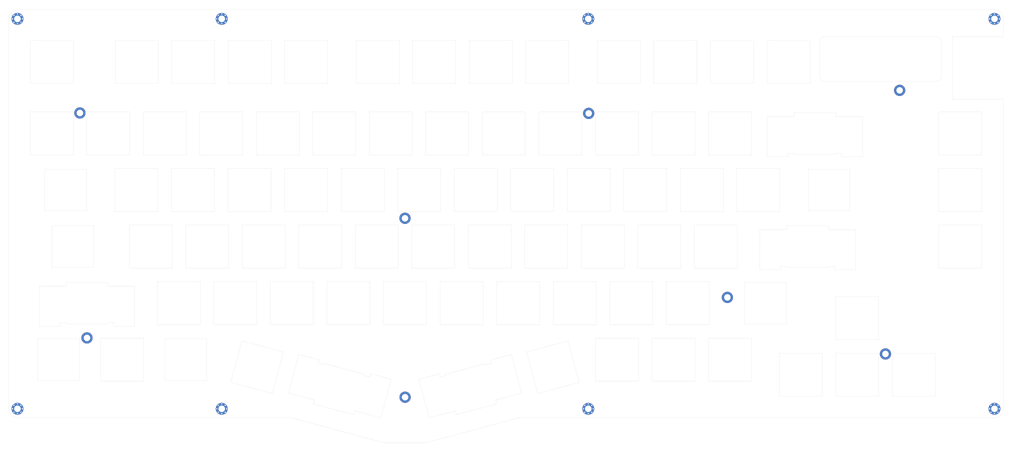
<source format=kicad_pcb>
(kicad_pcb (version 20211014) (generator pcbnew)
  (layers (0 "F.Cu" signal) (31 "B.Cu" signal) (34 "B.Paste" user) (35 "F.Paste" user) (36 "B.SilkS" user "B.Silkscreen") (37 "F.SilkS" user "F.Silkscreen") (38 "B.Mask" user) (39 "F.Mask" user) (44 "Edge.Cuts" user))
  (net 0 "")
  (net 1 "GND")
  (footprint "keyboard:MountingHole_2.2mm_M2_Pad_Via" (layer "F.Cu") (at 239.343984 57.57)
    (fp_text reference "MountBaseTop6" hide)
    (fp_text value "MountingHoleBaseTop1" hide)
    (pad "1" thru_hole circle (at 1.166726 1.166726) (size 0.7 0.7) (drill 0.4) (layers *.Cu *.Mask))
    (pad "1" thru_hole circle (at 1.65 0) (size 0.7 0.7) (drill 0.4) (layers *.Cu *.Mask))
    (pad "1" thru_hole circle (at -1.65 0) (size 0.7 0.7) (drill 0.4) (layers *.Cu *.Mask))
    (pad "1" thru_hole circle (at 1.166726 -1.166726) (size 0.7 0.7) (drill 0.4) (layers *.Cu *.Mask))
    (pad "1" thru_hole circle (at -1.166726 1.166726) (size 0.7 0.7) (drill 0.4) (layers *.Cu *.Mask))
    (pad "1" thru_hole circle (at -1.166726 -1.166726) (size 0.7 0.7) (drill 0.4) (layers *.Cu *.Mask))
    (pad "1" thru_hole circle (at 0 1.65) (size 0.7 0.7) (drill 0.4) (layers *.Cu *.Mask))
    (pad "1" thru_hole circle (at 0 0) (size 4 4) (drill 2.2) (layers *.Cu *.Mask))
    (pad "1" thru_hole circle (at 0 -1.65) (size 0.7 0.7) (drill 0.4) (layers *.Cu *.Mask))
  )
  (footprint "keyboard:MountingHole_2.2mm_M2_Pad_Via" (layer "F.Cu") (at 115.831016 57.57)
    (fp_text reference "MountBaseTop4" hide)
    (fp_text value "MountingHoleBaseTop1" hide)
    (pad "1" thru_hole circle (at -1.65 0) (size 0.7 0.7) (drill 0.4) (layers *.Cu *.Mask))
    (pad "1" thru_hole circle (at 1.166726 1.166726) (size 0.7 0.7) (drill 0.4) (layers *.Cu *.Mask))
    (pad "1" thru_hole circle (at 0 1.65) (size 0.7 0.7) (drill 0.4) (layers *.Cu *.Mask))
    (pad "1" thru_hole circle (at 1.166726 -1.166726) (size 0.7 0.7) (drill 0.4) (layers *.Cu *.Mask))
    (pad "1" thru_hole circle (at -1.166726 1.166726) (size 0.7 0.7) (drill 0.4) (layers *.Cu *.Mask))
    (pad "1" thru_hole circle (at 1.65 0) (size 0.7 0.7) (drill 0.4) (layers *.Cu *.Mask))
    (pad "1" thru_hole circle (at 0 -1.65) (size 0.7 0.7) (drill 0.4) (layers *.Cu *.Mask))
    (pad "1" thru_hole circle (at -1.166726 -1.166726) (size 0.7 0.7) (drill 0.4) (layers *.Cu *.Mask))
    (pad "1" thru_hole circle (at 0 0) (size 4 4) (drill 2.2) (layers *.Cu *.Mask))
  )
  (footprint "keyboard:MountingHole_2.2mm_M2_Pad" (layer "F.Cu") (at 177.59 124.78)
    (fp_text reference "MountTopMiddle4")
    (fp_text value "MountTopMiddle")
    (pad "1" thru_hole circle (at 0 0) (size 3.8 3.8) (drill 2.2) (layers *.Cu *.Mask))
  )
  (footprint "keyboard:MountingHole_2.2mm_M2_Pad" (layer "F.Cu") (at 68.04 89.29)
    (fp_text reference "MountTopMiddle2")
    (fp_text value "MountTopMiddle")
    (pad "1" thru_hole circle (at 0 0) (size 3.8 3.8) (drill 2.2) (layers *.Cu *.Mask))
  )
  (footprint "keyboard:MountingHole_2.2mm_M2_Pad_Via" (layer "F.Cu") (at 376.225 188.97)
    (fp_text reference "MountBaseTop7" hide)
    (fp_text value "MountingHoleBaseTop1" hide)
    (pad "1" thru_hole circle (at 1.166726 1.166726) (size 0.7 0.7) (drill 0.4) (layers *.Cu *.Mask))
    (pad "1" thru_hole circle (at 0 1.65) (size 0.7 0.7) (drill 0.4) (layers *.Cu *.Mask))
    (pad "1" thru_hole circle (at -1.65 0) (size 0.7 0.7) (drill 0.4) (layers *.Cu *.Mask))
    (pad "1" thru_hole circle (at 1.65 0) (size 0.7 0.7) (drill 0.4) (layers *.Cu *.Mask))
    (pad "1" thru_hole circle (at 0 -1.65) (size 0.7 0.7) (drill 0.4) (layers *.Cu *.Mask))
    (pad "1" thru_hole circle (at -1.166726 1.166726) (size 0.7 0.7) (drill 0.4) (layers *.Cu *.Mask))
    (pad "1" thru_hole circle (at 1.166726 -1.166726) (size 0.7 0.7) (drill 0.4) (layers *.Cu *.Mask))
    (pad "1" thru_hole circle (at 0 0) (size 4 4) (drill 2.2) (layers *.Cu *.Mask))
    (pad "1" thru_hole circle (at -1.166726 -1.166726) (size 0.7 0.7) (drill 0.4) (layers *.Cu *.Mask))
  )
  (footprint "keyboard:MountingHole_2.2mm_M2_Pad" (layer "F.Cu") (at 286.22 151.44)
    (fp_text reference "MountTopMiddle5")
    (fp_text value "MountTopMiddle")
    (pad "1" thru_hole circle (at 0 0) (size 3.8 3.8) (drill 2.2) (layers *.Cu *.Mask))
  )
  (footprint "keyboard:MountingHole_2.2mm_M2_Pad" (layer "F.Cu") (at 70.42 165.09)
    (fp_text reference "MountTopMiddle1")
    (fp_text value "MountTopMiddle")
    (pad "1" thru_hole circle (at 0 0) (size 3.8 3.8) (drill 2.2) (layers *.Cu *.Mask))
  )
  (footprint "keyboard:MountingHole_2.2mm_M2_Pad" (layer "F.Cu") (at 177.62 185.07)
    (fp_text reference "MountTopMiddle3")
    (fp_text value "MountTopMiddle")
    (pad "1" thru_hole circle (at 0 0) (size 3.8 3.8) (drill 2.2) (layers *.Cu *.Mask))
  )
  (footprint "keyboard:MountingHole_2.2mm_M2_Pad_Via" (layer "F.Cu") (at 115.831016 188.97)
    (fp_text reference "MountBaseTop3" hide)
    (fp_text value "MountingHoleBaseTop1" hide)
    (pad "1" thru_hole circle (at -1.65 0) (size 0.7 0.7) (drill 0.4) (layers *.Cu *.Mask))
    (pad "1" thru_hole circle (at 1.65 0) (size 0.7 0.7) (drill 0.4) (layers *.Cu *.Mask))
    (pad "1" thru_hole circle (at 0 -1.65) (size 0.7 0.7) (drill 0.4) (layers *.Cu *.Mask))
    (pad "1" thru_hole circle (at 0 0) (size 4 4) (drill 2.2) (layers *.Cu *.Mask))
    (pad "1" thru_hole circle (at -1.166726 -1.166726) (size 0.7 0.7) (drill 0.4) (layers *.Cu *.Mask))
    (pad "1" thru_hole circle (at 0 1.65) (size 0.7 0.7) (drill 0.4) (layers *.Cu *.Mask))
    (pad "1" thru_hole circle (at 1.166726 -1.166726) (size 0.7 0.7) (drill 0.4) (layers *.Cu *.Mask))
    (pad "1" thru_hole circle (at -1.166726 1.166726) (size 0.7 0.7) (drill 0.4) (layers *.Cu *.Mask))
    (pad "1" thru_hole circle (at 1.166726 1.166726) (size 0.7 0.7) (drill 0.4) (layers *.Cu *.Mask))
  )
  (footprint "keyboard:MountingHole_2.2mm_M2_Pad_Via" (layer "F.Cu") (at 47 57.57)
    (fp_text reference "MountBaseTop2" hide)
    (fp_text value "MountingHoleBaseTop1" hide)
    (pad "1" thru_hole circle (at 1.65 0) (size 0.7 0.7) (drill 0.4) (layers *.Cu *.Mask))
    (pad "1" thru_hole circle (at -1.65 0) (size 0.7 0.7) (drill 0.4) (layers *.Cu *.Mask))
    (pad "1" thru_hole circle (at 0 1.65) (size 0.7 0.7) (drill 0.4) (layers *.Cu *.Mask))
    (pad "1" thru_hole circle (at 1.166726 1.166726) (size 0.7 0.7) (drill 0.4) (layers *.Cu *.Mask))
    (pad "1" thru_hole circle (at 1.166726 -1.166726) (size 0.7 0.7) (drill 0.4) (layers *.Cu *.Mask))
    (pad "1" thru_hole circle (at -1.166726 -1.166726) (size 0.7 0.7) (drill 0.4) (layers *.Cu *.Mask))
    (pad "1" thru_hole circle (at 0 -1.65) (size 0.7 0.7) (drill 0.4) (layers *.Cu *.Mask))
    (pad "1" thru_hole circle (at -1.166726 1.166726) (size 0.7 0.7) (drill 0.4) (layers *.Cu *.Mask))
    (pad "1" thru_hole circle (at 0 0) (size 4 4) (drill 2.2) (layers *.Cu *.Mask))
  )
  (footprint "keyboard:MountingHole_2.2mm_M2_Pad_Via" (layer "F.Cu") (at 376.225 57.57)
    (fp_text reference "MountBaseTop8" hide)
    (fp_text value "MountingHoleBaseTop1" hide)
    (pad "1" thru_hole circle (at 1.166726 1.166726) (size 0.7 0.7) (drill 0.4) (layers *.Cu *.Mask))
    (pad "1" thru_hole circle (at -1.166726 1.166726) (size 0.7 0.7) (drill 0.4) (layers *.Cu *.Mask))
    (pad "1" thru_hole circle (at 0 1.65) (size 0.7 0.7) (drill 0.4) (layers *.Cu *.Mask))
    (pad "1" thru_hole circle (at 0 0) (size 4 4) (drill 2.2) (layers *.Cu *.Mask))
    (pad "1" thru_hole circle (at 1.166726 -1.166726) (size 0.7 0.7) (drill 0.4) (layers *.Cu *.Mask))
    (pad "1" thru_hole circle (at -1.65 0) (size 0.7 0.7) (drill 0.4) (layers *.Cu *.Mask))
    (pad "1" thru_hole circle (at 1.65 0) (size 0.7 0.7) (drill 0.4) (layers *.Cu *.Mask))
    (pad "1" thru_hole circle (at -1.166726 -1.166726) (size 0.7 0.7) (drill 0.4) (layers *.Cu *.Mask))
    (pad "1" thru_hole circle (at 0 -1.65) (size 0.7 0.7) (drill 0.4) (layers *.Cu *.Mask))
  )
  (footprint "keyboard:MountingHole_2.2mm_M2_Pad_Via" (layer "F.Cu") (at 47 188.97)
    (fp_text reference "MountBaseTop1" hide)
    (fp_text value "MountingHoleBaseTop1" hide)
    (pad "1" thru_hole circle (at -1.65 0) (size 0.7 0.7) (drill 0.4) (layers *.Cu *.Mask))
    (pad "1" thru_hole circle (at 1.65 0) (size 0.7 0.7) (drill 0.4) (layers *.Cu *.Mask))
    (pad "1" thru_hole circle (at 0 0) (size 4 4) (drill 2.2) (layers *.Cu *.Mask))
    (pad "1" thru_hole circle (at 0 -1.65) (size 0.7 0.7) (drill 0.4) (layers *.Cu *.Mask))
    (pad "1" thru_hole circle (at 0 1.65) (size 0.7 0.7) (drill 0.4) (layers *.Cu *.Mask))
    (pad "1" thru_hole circle (at 1.166726 1.166726) (size 0.7 0.7) (drill 0.4) (layers *.Cu *.Mask))
    (pad "1" thru_hole circle (at -1.166726 -1.166726) (size 0.7 0.7) (drill 0.4) (layers *.Cu *.Mask))
    (pad "1" thru_hole circle (at 1.166726 -1.166726) (size 0.7 0.7) (drill 0.4) (layers *.Cu *.Mask))
    (pad "1" thru_hole circle (at -1.166726 1.166726) (size 0.7 0.7) (drill 0.4) (layers *.Cu *.Mask))
  )
  (footprint "keyboard:MountingHole_2.2mm_M2_Pad" (layer "F.Cu") (at 344.27 81.67)
    (fp_text reference "MountTopMiddle8")
    (fp_text value "MountTopMiddle")
    (pad "1" thru_hole circle (at 0 0) (size 3.8 3.8) (drill 2.2) (layers *.Cu *.Mask))
  )
  (footprint "keyboard:MountingHole_2.2mm_M2_Pad" (layer "F.Cu") (at 239.48 89.43)
    (fp_text reference "MountTopMiddle6")
    (fp_text value "MountTopMiddle")
    (pad "1" thru_hole circle (at 0 0) (size 3.8 3.8) (drill 2.2) (layers *.Cu *.Mask))
  )
  (footprint "keyboard:MountingHole_2.2mm_M2_Pad_Via" (layer "F.Cu") (at 239.343984 188.97)
    (fp_text reference "MountBaseTop5" hide)
    (fp_text value "MountingHoleBaseTop1" hide)
    (pad "1" thru_hole circle (at 1.166726 -1.166726) (size 0.7 0.7) (drill 0.4) (layers *.Cu *.Mask))
    (pad "1" thru_hole circle (at 0 0) (size 4 4) (drill 2.2) (layers *.Cu *.Mask))
    (pad "1" thru_hole circle (at 0 1.65) (size 0.7 0.7) (drill 0.4) (layers *.Cu *.Mask))
    (pad "1" thru_hole circle (at 1.65 0) (size 0.7 0.7) (drill 0.4) (layers *.Cu *.Mask))
    (pad "1" thru_hole circle (at -1.166726 -1.166726) (size 0.7 0.7) (drill 0.4) (layers *.Cu *.Mask))
    (pad "1" thru_hole circle (at 0 -1.65) (size 0.7 0.7) (drill 0.4) (layers *.Cu *.Mask))
    (pad "1" thru_hole circle (at -1.166726 1.166726) (size 0.7 0.7) (drill 0.4) (layers *.Cu *.Mask))
    (pad "1" thru_hole circle (at 1.166726 1.166726) (size 0.7 0.7) (drill 0.4) (layers *.Cu *.Mask))
    (pad "1" thru_hole circle (at -1.65 0) (size 0.7 0.7) (drill 0.4) (layers *.Cu *.Mask))
  )
  (footprint "keyboard:MountingHole_2.2mm_M2_Pad" (layer "F.Cu") (at 339.49 170.5)
    (fp_text reference "MountTopMiddle7")
    (fp_text value "MountTopMiddle")
    (pad "1" thru_hole circle (at 0 0) (size 3.8 3.8) (drill 2.2) (layers *.Cu *.Mask))
  )
  (gr_line (start 280.0875 146.095) (end 280.0875 160.595) (layer "Edge.Cuts") (width 0.05))
  (gr_line (start 156.05 107.995) (end 170.55 107.995) (layer "Edge.Cuts") (width 0.05))
  (gr_line (start 98.975 79.345) (end 98.975 64.845) (layer "Edge.Cuts") (width 0.05))
  (gr_line (start 79.85 122.495) (end 79.85 107.995) (layer "Edge.Cuts") (width 0.05))
  (gr_line (start 275.325 88.945) (end 275.325 103.445) (layer "Edge.Cuts") (width 0.05))
  (gr_line (start 141.7625 141.545) (end 141.7625 127.045) (layer "Edge.Cuts") (width 0.05))
  (gr_line (start 89.375 88.945) (end 103.875 88.945) (layer "Edge.Cuts") (width 0.05))
  (gr_line (start 103.875 103.445) (end 89.375 103.445) (layer "Edge.Cuts") (width 0.05))
  (gr_line (start 189.073346 177.178066) (end 189.37575 178.306654) (layer "Edge.Cuts") (width 0.05))
  (gr_line (start 132.2375 160.595) (end 132.2375 146.095) (layer "Edge.Cuts") (width 0.05))
  (gr_line (start 289.6125 127.045) (end 289.6125 141.545) (layer "Edge.Cuts") (width 0.05))
  (gr_line (start 361.95 63.57) (end 379.225 63.57) (layer "Edge.Cuts") (width 0.05))
  (gr_line (start 161.175 79.345) (end 161.175 64.845) (layer "Edge.Cuts") (width 0.05))
  (gr_line (start 236.306186 180.069738) (end 222.300262 183.822614) (layer "Edge.Cuts") (width 0.05))
  (gr_line (start 208.459777 187.323589) (end 194.840223 190.972937) (layer "Edge.Cuts") (width 0.05))
  (gr_line (start 213.2 122.495) (end 213.2 107.995) (layer "Edge.Cuts") (width 0.05))
  (gr_line (start 175.1 122.495) (end 175.1 107.995) (layer "Edge.Cuts") (width 0.05))
  (gr_line (start 56.24 108.2) (end 70.34 108.2) (layer "Edge.Cuts") (width 0.05))
  (gr_arc (start 358.35 77.095) (mid 357.91066 78.15566) (end 356.85 78.595) (layer "Edge.Cuts") (width 0.05))
  (gr_line (start 275.1125 141.545) (end 275.1125 127.045) (layer "Edge.Cuts") (width 0.05))
  (gr_line (start 294.375 179.645) (end 279.875 179.645) (layer "Edge.Cuts") (width 0.05))
  (gr_line (start 151.5 107.995) (end 151.5 122.495) (layer "Edge.Cuts") (width 0.05))
  (gr_line (start 291.9825 146.3) (end 306.0825 146.3) (layer "Edge.Cuts") (width 0.05))
  (gr_line (start 306.2675 127.25) (end 320.3675 127.25) (layer "Edge.Cuts") (width 0.05))
  (gr_line (start 232.25 107.995) (end 246.75 107.995) (layer "Edge.Cuts") (width 0.05))
  (gr_line (start 194.840223 190.972937) (end 194.48942 189.663721) (layer "Edge.Cuts") (width 0.05))
  (gr_line (start 279.875 179.645) (end 279.875 165.145) (layer "Edge.Cuts") (width 0.05))
  (gr_line (start 117.95 107.995) (end 132.45 107.995) (layer "Edge.Cuts") (width 0.05))
  (gr_line (start 327.515 122.3) (end 313.415 122.3) (layer "Edge.Cuts") (width 0.05))
  (gr_line (start 306.2675 140.899) (end 306.2675 141.35) (layer "Edge.Cuts") (width 0.05))
  (gr_line (start 160.334777 190.972937) (end 146.715223 187.323588) (layer "Edge.Cuts") (width 0.05))
  (gr_line (start 54.30125 161.1174) (end 54.30225 147.6554) (layer "Edge.Cuts") (width 0.05))
  (gr_line (start 356.2875 170.195) (end 356.2875 184.695) (layer "Edge.Cuts") (width 0.05))
  (gr_line (start 150.247844 174.139667) (end 148.315992 173.622028) (layer "Edge.Cuts") (width 0.05))
  (gr_line (start 194.15 122.495) (end 194.15 107.995) (layer "Edge.Cuts") (width 0.05))
  (gr_line (start 89.5875 165.145) (end 89.5875 179.645) (layer "Edge.Cuts") (width 0.05))
  (gr_line (start 137 122.495) (end 137 107.995) (layer "Edge.Cuts") (width 0.05))
  (gr_line (start 294.375 88.945) (end 294.375 103.445) (layer "Edge.Cuts") (width 0.05))
  (gr_line (start 306.2675 127.25) (end 306.2675 128.6054) (layer "Edge.Cuts") (width 0.05))
  (gr_line (start 137 107.995) (end 151.5 107.995) (layer "Edge.Cuts") (width 0.05))
  (gr_line (start 265.8 122.495) (end 251.3 122.495) (layer "Edge.Cuts") (width 0.05))
  (gr_line (start 189.073346 177.178066) (end 182.234591 179.010505) (layer "Edge.Cuts") (width 0.05))
  (gr_line (start 165.575 88.945) (end 180.075 88.945) (layer "Edge.Cuts") (width 0.05))
  (gr_line (start 166.101654 177.178065) (end 172.940409 179.010504) (layer "Edge.Cuts") (width 0.05))
  (gr_line (start 237.225 103.445) (end 222.725 103.445) (layer "Edge.Cuts") (width 0.05))
  (gr_line (start 146.715223 187.323588) (end 147.066026 186.014372) (layer "Edge.Cuts") (width 0.05))
  (gr_line (start 218.175 88.945) (end 218.175 103.445) (layer "Edge.Cuts") (width 0.05))
  (gr_line (start 320.3675 127.25) (end 320.3675 128.6054) (layer "Edge.Cuts") (width 0.05))
  (gr_line (start 227.7 107.995) (end 227.7 122.495) (layer "Edge.Cuts") (width 0.05))
  (gr_line (start 118.868814 180.069738) (end 122.62169 166.063814) (layer "Edge.Cuts") (width 0.05))
  (gr_line (start 203.8875 146.095) (end 203.8875 160.595) (layer "Edge.Cuts") (width 0.05))
  (gr_line (start 175.3125 141.545) (end 160.8125 141.545) (layer "Edge.Cuts") (width 0.05))
  (gr_line (start 322.7375 170.195) (end 337.2375 170.195) (layer "Edge.Cuts") (width 0.05))
  (gr_line (start 357.45 107.995) (end 371.95 107.995) (layer "Edge.Cuts") (width 0.05))
  (gr_line (start 63.38 159.949) (end 63.38 160.4) (layer "Edge.Cuts") (width 0.05))
  (gr_line (start 251.3 122.495) (end 251.3 107.995) (layer "Edge.Cuts") (width 0.05))
  (gr_line (start 371.95 141.545) (end 357.45 141.545) (layer "Edge.Cuts") (width 0.05))
  (gr_line (start 180.075 103.445) (end 165.575 103.445) (layer "Edge.Cuts") (width 0.05))
  (gr_line (start 132.45 107.995) (end 132.45 122.495) (layer "Edge.Cuts") (width 0.05))
  (gr_line (start 175.3125 127.045) (end 175.3125 141.545) (layer "Edge.Cuts") (width 0.05))
  (gr_line (start 299.571 90.5054) (end 308.65 90.5054) (layer "Edge.Cuts") (width 0.05))
  (gr_line (start 241.775 165.145) (end 256.275 165.145) (layer "Edge.Cuts") (width 0.05))
  (gr_line (start 122.7125 127.045) (end 137.2125 127.045) (layer "Edge.Cuts") (width 0.05))
  (gr_line (start 141.7625 127.045) (end 156.2625 127.045) (layer "Edge.Cuts") (width 0.05))
  (gr_line (start 170.75857 200.469915) (end 184.41643 200.469915) (layer "Edge.Cuts") (width 0.05))
  (gr_line (start 358.35 65.095) (end 358.35 77.095) (layer "Edge.Cuts") (width 0.05))
  (gr_line (start 303.9 122.495) (end 289.4 122.495) (layer "Edge.Cuts") (width 0.05))
  (gr_line (start 163.867398 177.789015) (end 163.984125 177.353383) (layer "Edge.Cuts") (width 0.05))
  (gr_line (start 275.975 64.845) (end 275.975 79.345) (layer "Edge.Cuts") (width 0.05))
  (gr_line (start 294.375 103.445) (end 279.875 103.445) (layer "Edge.Cuts") (width 0.05))
  (gr_line (start 161.175 64.845) (end 175.675 64.845) (layer "Edge.Cuts") (width 0.05))
  (gr_line (start 132.525 64.845) (end 132.525 79.345) (layer "Edge.Cuts") (width 0.05))
  (gr_line (start 357.45 103.445) (end 357.45 88.945) (layer "Edge.Cuts") (width 0.05))
  (gr_line (start 191.307602 177.789015) (end 191.190875 177.353383) (layer "Edge.Cuts") (width 0.05))
  (gr_line (start 279.875 88.945) (end 294.375 88.945) (layer "Edge.Cuts") (width 0.05))
  (gr_line (start 251.5125 141.545) (end 237.0125 141.545) (layer "Edge.Cuts") (width 0.05))
  (gr_line (start 110.8225 165.35) (end 110.8225 179.45) (layer "Edge.Cuts") (width 0.05))
  (gr_line (start 79.85 107.995) (end 94.35 107.995) (layer "Edge.Cuts") (width 0.05))
  (gr_line (start 241.775 88.945) (end 256.275 88.945) (layer "Edge.Cuts") (width 0.05))
  (gr_line (start 217.9625 127.045) (end 232.4625 127.045) (layer "Edge.Cuts") (width 0.05))
  (gr_line (start 67.96 179.45) (end 53.86 179.45) (layer "Edge.Cuts") (width 0.05))
  (gr_arc (start 318.85 78.595) (mid 317.78934 78.15566) (end 317.35 77.095) (layer "Edge.Cuts") (width 0.05))
  (gr_line (start 337.2375 165.645) (end 322.7375 165.645) (layer "Edge.Cuts") (width 0.05))
  (gr_line (start 139.036457 191.97) (end 170.75857 200.469915) (layer "Edge.Cuts") (width 0.05))
  (gr_line (start 180.225 64.845) (end 194.725 64.845) (layer "Edge.Cuts") (width 0.05))
  (gr_line (start 294.375 165.145) (end 294.375 179.645) (layer "Edge.Cuts") (width 0.05))
  (gr_line (start 318.1875 170.195) (end 318.1875 184.695) (layer "Edge.Cuts") (width 0.05))
  (gr_line (start 222.9375 146.095) (end 222.9375 160.595) (layer "Edge.Cuts") (width 0.05))
  (gr_line (start 275.325 103.445) (end 260.825 103.445) (layer "Edge.Cuts") (width 0.05))
  (gr_line (start 61.38125 161.1174) (end 54.30125 161.1174) (layer "Edge.Cuts") (width 0.05))
  (gr_line (start 237.0125 127.045) (end 251.5125 127.045) (layer "Edge.Cuts") (width 0.05))
  (gr_line (start 132.2375 146.095) (end 146.7375 146.095) (layer "Edge.Cuts") (width 0.05))
  (gr_line (start 320.3675 140.899) (end 320.3675 141.35) (layer "Edge.Cuts") (width 0.05))
  (gr_line (start 308.65 89.15) (end 322.75 89.15) (layer "Edge.Cuts") (width 0.05))
  (gr_line (start 53.86 179.45) (end 53.86 165.35) (layer "Edge.Cuts") (width 0.05))
  (gr_line (start 156.05 122.495) (end 156.05 107.995) (layer "Edge.Cuts") (width 0.05))
  (gr_line (start 118.025 79.345) (end 118.025 64.845) (layer "Edge.Cuts") (width 0.05))
  (gr_line (start 213.4125 141.545) (end 198.9125 141.545) (layer "Edge.Cuts") (width 0.05))
  (gr_line (start 227.7 122.495) (end 213.2 122.495) (layer "Edge.Cuts") (width 0.05))
  (gr_line (start 279.875 165.145) (end 294.375 165.145) (layer "Edge.Cuts") (width 0.05))
  (gr_line (start 117.95 122.495) (end 117.95 107.995) (layer "Edge.Cuts") (width 0.05))
  (gr_line (start 141.779641 170.661002) (end 138.296385 183.664554) (layer "Edge.Cuts") (width 0.05))
  (gr_line (start 306.65 103.9674) (end 299.57 103.9674) (layer "Edge.Cuts") (width 0.05))
  (gr_line (start 51.275 79.345) (end 51.275 64.845) (layer "Edge.Cuts") (width 0.05))
  (gr_line (start 313.415 122.3) (end 313.415 108.2) (layer "Edge.Cuts") (width 0.05))
  (gr_line (start 156.2625 141.545) (end 141.7625 141.545) (layer "Edge.Cuts") (width 0.05))
  (gr_line (start 160.8125 127.045) (end 175.3125 127.045) (layer "Edge.Cuts") (width 0.05))
  (gr_line (start 72.72 127.25) (end 72.72 141.35) (layer "Edge.Cuts") (width 0.05))
  (gr_line (start 70.34 122.3) (end 56.24 122.3) (layer "Edge.Cuts") (width 0.05))
  (gr_line (start 227.4875 160.595) (end 227.4875 146.095) (layer "Edge.Cuts") (width 0.05))
  (gr_line (start 44 188.97) (end 44 57.57) (layer "Edge.Cuts") (width 0.05))
  (gr_line (start 206.859008 173.622029) (end 206.556604 172.493441) (layer "Edge.Cuts") (width 0.05))
  (gr_line (start 208.459777 187.323589) (end 208.108974 186.014373) (layer "Edge.Cuts") (width 0.05))
  (gr_line (start 297.18975 128.6054) (end 306.2675 128.6054) (layer "Edge.Cuts") (width 0.05))
  (gr_line (start 320.3675 140.899) (end 322.36875 140.899) (layer "Edge.Cuts") (width 0.05))
  (gr_line (start 322.7375 184.695) (end 322.7375 170.195) (layer "Edge.Cuts") (width 0.05))
  (gr_line (start 261.475 64.845) (end 275.975 64.845) (layer "Edge.Cuts") (width 0.05))
  (gr_line (start 280.0875 160.595) (end 265.5875 160.595) (layer "Edge.Cuts") (width 0.05))
  (gr_line (start 94.35 107.995) (end 94.35 122.495) (layer "Edge.Cuts") (width 0.05))
  (gr_line (start 322.36875 142.0674) (end 329.44875 142.0674) (layer "Edge.Cuts") (width 0.05))
  (gr_line (start 79.48125 161.1174) (end 79.48125 159.949) (layer "Edge.Cuts") (width 0.05))
  (gr_line (start 137.2125 141.545) (end 122.7125 141.545) (layer "Edge.Cuts") (width 0.05))
  (gr_line (start 306.0825 160.4) (end 291.9825 160.4) (layer "Edge.Cuts") (width 0.05))
  (gr_line (start 94.35 122.495) (end 79.85 122.495) (layer "Edge.Cuts") (width 0.05))
  (gr_line (start 199.275 64.845) (end 213.775 64.845) (layer "Edge.Cuts") (width 0.05))
  (gr_line (start 122.925 103.445) (end 108.425 103.445) (layer "Edge.Cuts") (width 0.05))
  (gr_line (start 379.225 63.57) (end 379.225 57.57) (layer "Edge.Cuts") (width 0.05))
  (gr_line (start 127.6875 160.595) (end 113.1875 160.595) (layer "Edge.Cuts") (width 0.05))
  (gr_circle (center 376.225 57.57) (end 377.325 57.57) (layer "Edge.Cuts") (width 0.05) (fill none))
  (gr_line (start 113.4 107.995) (end 113.4 122.495) (layer "Edge.Cuts") (width 0.05))
  (gr_line (start 122.62169 166.063814) (end 136.627614 169.81669) (layer "Edge.Cuts") (width 0.05))
  (gr_line (start 208.4375 146.095) (end 222.9375 146.095) (layer "Edge.Cuts") (width 0.05))
  (gr_line (start 356.2875 184.695) (end 341.7875 184.695) (layer "Edge.Cuts") (width 0.05))
  (gr_line (start 256.0625 127.045) (end 270.5625 127.045) (layer "Edge.Cuts") (width 0.05))
  (gr_line (start 306.0825 146.3) (end 306.0825 160.4) (layer "Edge.Cuts") (width 0.05))
  (gr_line (start 179.8625 127.045) (end 194.3625 127.045) (layer "Edge.Cuts") (width 0.05))
  (gr_line (start 146.7375 160.595) (end 132.2375 160.595) (layer "Edge.Cuts") (width 0.05))
  (gr_line (start 303.6875 170.195) (end 318.1875 170.195) (layer "Edge.Cuts") (width 0.05))
  (gr_line (start 280.525 79.345) (end 280.525 64.845) (layer "Edge.Cuts") (width 0.05))
  (gr_line (start 151.575 79.345) (end 137.075 79.345) (layer "Edge.Cuts") (width 0.05))
  (gr_line (start 232.55331 166.063814) (end 236.306186 180.069738) (layer "Edge.Cuts") (width 0.05))
  (gr_line (start 94.1375 160.595) (end 94.1375 146.095) (layer "Edge.Cuts") (width 0.05))
  (gr_arc (start 47 191.97) (mid 44.87868 191.09132) (end 44 188.97) (layer "Edge.Cuts") (width 0.05))
  (gr_line (start 194.15 107.995) (end 208.65 107.995) (layer "Edge.Cuts") (width 0.05))
  (gr_line (start 47 54.57) (end 376.225 54.57) (layer "Edge.Cuts") (width 0.05))
  (gr_line (start 170.3375 146.095) (end 184.8375 146.095) (layer "Edge.Cuts") (width 0.05))
  (gr_line (start 89.375 103.445) (end 89.375 88.945) (layer "Edge.Cuts") (width 0.05))
  (gr_line (start 70.34 108.2) (end 70.34 122.3) (layer "Edge.Cuts") (width 0.05))
  (gr_circle (center 47 188.97) (end 48.1 188.97) (layer "Edge.Cuts") (width 0.05) (fill none))
  (gr_line (start 148.618396 172.493441) (end 148.315992 173.622028) (layer "Edge.Cuts") (width 0.05))
  (gr_line (start 77.48 146.3) (end 77.48 147.6554) (layer "Edge.Cuts") (width 0.05))
  (gr_line (start 357.45 122.495) (end 357.45 107.995) (layer "Edge.Cuts") (width 0.05))
  (gr_line (start 151.5 122.495) (end 137 122.495) (layer "Edge.Cuts") (width 0.05))
  (gr_line (start 216.878615 183.664555) (end 208.108974 186.014373) (layer "Edge.Cuts") (width 0.05))
  (gr_line (start 265.5875 146.095) (end 280.0875 146.095) (layer "Edge.Cuts") (width 0.05))
  (gr_line (start 371.95 127.045) (end 371.95 141.545) (layer "Edge.Cuts") (width 0.05))
  (gr_line (start 61.38125 159.949) (end 61.38125 161.1174) (layer "Edge.Cuts") (width 0.05))
  (gr_line (start 331.83 103.9674) (end 331.829 90.5054) (layer "Edge.Cuts") (width 0.05))
  (gr_line (start 242.425 64.845) (end 256.925 64.845) (layer "Edge.Cuts") (width 0.05))
  (gr_line (start 191.307602 177.789015) (end 189.37575 178.306654) (layer "Edge.Cuts") (width 0.05))
  (gr_line (start 75.0875 165.145) (end 89.5875 165.145) (layer "Edge.Cuts") (width 0.05))
  (gr_line (start 318.1875 184.695) (end 303.6875 184.695) (layer "Edge.Cuts") (width 0.05))
  (gr_line (start 246.5375 160.595) (end 246.5375 146.095) (layer "Edge.Cuts") (width 0.05))
  (gr_line (start 291.9825 160.4) (end 291.9825 146.3) (layer "Edge.Cuts") (width 0.05))
  (gr_line (start 63.38 146.3) (end 63.38 147.6554) (layer "Edge.Cuts") (width 0.05))
  (gr_line (start 218.325 64.845) (end 232.825 64.845) (layer "Edge.Cuts") (width 0.05))
  (gr_line (start 256.275 179.645) (end 241.775 179.645) (layer "Edge.Cuts") (width 0.05))
  (gr_line (start 199.125 88.945) (end 199.125 103.445) (layer "Edge.Cuts") (width 0.05))
  (gr_line (start 113.475 79.345) (end 98.975 79.345) (layer "Edge.Cuts") (width 0.05))
  (gr_circle (center 47 57.57) (end 48.1 57.57) (layer "Edge.Cuts") (width 0.05) (fill none))
  (gr_line (start 324.75 103.9674) (end 331.83 103.9674) (layer "Edge.Cuts") (width 0.05))
  (gr_line (start 79.48125 161.1174) (end 86.56125 161.1174) (layer "Edge.Cuts") (width 0.05))
  (gr_line (start 242.425 79.345) (end 242.425 64.845) (layer "Edge.Cuts") (width 0.05))
  (gr_line (start 56.24 122.3) (end 56.24 108.2) (layer "Edge.Cuts") (width 0.05))
  (gr_line (start 218.175 103.445) (end 203.675 103.445) (layer "Edge.Cuts") (width 0.05))
  (gr_line (start 337.2375 151.145) (end 337.2375 165.645) (layer "Edge.Cuts") (width 0.05))
  (gr_line (start 327.515 108.2) (end 327.515 122.3) (layer "Edge.Cuts") (width 0.05))
  (gr_line (start 320.3675 141.35) (end 306.2675 141.35) (layer "Edge.Cuts") (width 0.05))
  (gr_line (start 151.2875 160.595) (end 151.2875 146.095) (layer "Edge.Cuts") (width 0.05))
  (gr_line (start 222.9375 160.595) (end 208.4375 160.595) (layer "Edge.Cuts") (width 0.05))
  (gr_line (start 246.75 122.495) (end 232.25 122.495) (layer "Edge.Cuts") (width 0.05))
  (gr_line (start 184.8375 146.095) (end 184.8375 160.595) (layer "Edge.Cuts") (width 0.05))
  (gr_line (start 113.1875 160.595) (end 113.1875 146.095) (layer "Edge.Cuts") (width 0.05))
  (gr_line (start 232.825 64.845) (end 232.825 79.345) (layer "Edge.Cuts") (width 0.05))
  (gr_line (start 63.38 146.3) (end 77.48 146.3) (layer "Edge.Cuts") (width 0.05))
  (gr_line (start 256.275 88.945) (end 256.275 103.445) (layer "Edge.Cuts") (width 0.05))
  (gr_line (start 161.025 88.945) (end 161.025 103.445) (layer "Edge.Cuts") (width 0.05))
  (gr_line (start 65.775 103.445) (end 51.275 103.445) (layer "Edge.Cuts") (width 0.05))
  (gr_line (start 156.2625 127.045) (end 156.2625 141.545) (layer "Edge.Cuts") (width 0.05))
  (gr_line (start 70.325 88.945) (end 84.825 88.945) (layer "Edge.Cuts") (width 0.05))
  (gr_line (start 299.57 103.9674) (end 299.571 90.5054) (layer "Edge.Cuts") (width 0.05))
  (gr_line (start 150.247844 174.139667) (end 150.364571 173.704034) (layer "Edge.Cuts") (width 0.05))
  (gr_line (start 371.95 107.995) (end 371.95 122.495) (layer "Edge.Cuts") (width 0.05))
  (gr_line (start 308.65 102.799) (end 308.65 103.25) (layer "Edge.Cuts") (width 0.05))
  (gr_line (start 150.364571 173.704034) (end 163.984125 177.353383) (layer "Edge.Cuts") (width 0.05))
  (gr_line (start 148.618396 172.493441) (end 141.779641 170.661002) (layer "Edge.Cuts") (width 0.05))
  (gr_line (start 222.725 103.445) (end 222.725 88.945) (layer "Edge.Cuts") (width 0.05))
  (gr_line (start 203.8875 160.595) (end 189.3875 160.595) (layer "Edge.Cuts") (width 0.05))
  (gr_line (start 237.0125 141.545) (end 237.0125 127.045) (layer "Edge.Cuts") (width 0.05))
  (gr_line (start 261.0375 146.095) (end 261.0375 160.595) (layer "Edge.Cuts") (width 0.05))
  (gr_line (start 299.575 79.345) (end 299.575 64.845) (layer "Edge.Cuts") (width 0.05))
  (gr_line (start 322.75 89.15) (end 322.75 90.5054) (layer "Edge.Cuts") (width 0.05))
  (gr_line (start 94.425 64.845) (end 94.425 79.345) (layer "Edge.Cuts") (width 0.05))
  (gr_line (start 275.1125 127.045) (end 289.6125 127.045) (layer "Edge.Cuts") (width 0.05))
  (gr_line (start 99.1125 141.545) (end 84.6125 141.545) (layer "Edge.Cuts") (width 0.05))
  (gr_line (start 75.0875 179.645) (end 75.0875 165.145) (layer "Edge.Cuts") (width 0.05))
  (gr_line (start 84.6125 141.545) (end 84.6125 127.045) (layer "Edge.Cuts") (width 0.05))
  (gr_line (start 194.725 79.345) (end 180.225 79.345) (layer "Edge.Cuts") (width 0.05))
  (gr_line (start 110.8225 179.45) (end 96.7225 179.45) (layer "Edge.Cuts") (width 0.05))
  (gr_line (start 306.65 102.799) (end 306.65 103.9674) (layer "Edge.Cuts") (width 0.05))
  (gr_line (start 127.475 103.445) (end 127.475 88.945) (layer "Edge.Cuts") (width 0.05))
  (gr_line (start 182.234591 179.010505) (end 185.719779 192.013539) (layer "Edge.Cuts") (width 0.05))
  (gr_line (start 194.725 64.845) (end 194.725 79.345) (layer "Edge.Cuts") (width 0.05))
  (gr_line (start 118.1625 127.045) (end 118.1625 141.545) (layer "Edge.Cuts") (width 0.05))
  (gr_line (start 94.1375 146.095) (end 108.6375 146.095) (layer "Edge.Cuts") (width 0.05))
  (gr_arc (start 317.35 65.095) (mid 317.78934 64.03434) (end 318.85 63.595) (layer "Edge.Cuts") (width 0.05))
  (gr_line (start 58.62 141.35) (end 58.62 127.25) (layer "Edge.Cuts") (width 0.05))
  (gr_line (start 222.300262 183.822614) (end 218.547386 169.81669) (layer "Edge.Cuts") (width 0.05))
  (gr_line (start 77.48 159.949) (end 79.48125 159.949) (layer "Edge.Cuts") (width 0.05))
  (gr_line (start 65.775 64.845) (end 65.775 79.345) (layer "Edge.Cuts") (width 0.05))
  (gr_line (start 139.036457 191.97) (end 47 191.97) (layer "Edge.Cuts") (width 0.05))
  (gr_line (start 379.225 188.97) (end 379.225 84.595) (layer "Edge.Cuts") (width 0.05))
  (gr_line (start 103.6625 127.045) (end 118.1625 127.045) (layer "Edge.Cuts") (width 0.05))
  (gr_line (start 260.825 165.145) (end 275.325 165.145) (layer "Edge.Cuts") (width 0.05))
  (gr_line (start 297.18875 142.0674) (end 297.18975 128.6054) (layer "Edge.Cuts") (width 0.05))
  (gr_line (start 165.7875 146.095) (end 165.7875 160.595) (layer "Edge.Cuts") (width 0.05))
  (gr_line (start 122.925 88.945) (end 122.925 103.445) (layer "Edge.Cuts") (width 0.05))
  (gr_line (start 270.35 107.995) (end 284.85 107.995) (layer "Edge.Cuts") (width 0.05))
  (gr_line (start 194.3625 141.545) (end 179.8625 141.545) (layer "Edge.Cuts") (width 0.05))
  (gr_line (start 256.275 165.145) (end 256.275 179.645) (layer "Edge.Cuts") (width 0.05))
  (gr_line (start 63.38 159.949) (end 61.38125 159.949) (layer "Edge.Cuts") (width 0.05))
  (gr_line (start 241.9875 160.595) (end 227.4875 160.595) (layer "Edge.Cuts") (width 0.05))
  (gr_line (start 270.5625 141.545) (end 256.0625 141.545) (layer "Edge.Cuts") (width 0.05))
  (gr_line (start 86.56025 147.6554) (end 77.48 147.6554) (layer "Edge.Cuts") (width 0.05))
  (gr_line (start 279.875 103.445) (end 279.875 88.945) (layer "Edge.Cuts") (width 0.05))
  (gr_line (start 261.475 79.345) (end 261.475 64.845) (layer "Edge.Cuts") (width 0.05))
  (gr_line (start 303.6875 184.695) (end 303.6875 170.195) (layer "Edge.Cuts") (width 0.05))
  (gr_line (start 329.44875 142.0674) (end 329.44775 128.6054) (layer "Edge.Cuts") (width 0.05))
  (gr_line (start 289.6125 141.545) (end 275.1125 141.545) (layer "Edge.Cuts") (width 0.05))
  (gr_line (start 113.1875 146.095) (end 127.6875 146.095) (layer "Edge.Cuts") (width 0.05))
  (gr_line (start 218.325 79.345) (end 218.325 64.845) (layer "Edge.Cuts") (width 0.05))
  (gr_circle (center 115.831016 188.97) (end 116.931016 188.97) (layer "Edge.Cuts") (width 0.05) (fill none))
  (gr_line (start 322.75 102.799) (end 324.75 102.799) (layer "Edge.Cuts") (width 0.05))
  (gr_line (start 146.525 88.945) (end 161.025 88.945) (layer "Edge.Cuts") (width 0.05))
  (gr_line (start 227.4875 146.095) (end 241.9875 146.095) (layer "Edge.Cuts") (width 0.05))
  (gr_line (start 216.138543 191.97) (end 376.225 191.97) (layer "Edge.Cuts") (width 0.05))
  (gr_line (start 118.025 64.845) (end 132.525 64.845) (layer "Edge.Cuts") (width 0.05))
  (gr_line (start 260.825 179.645) (end 260.825 165.145) (layer "Edge.Cuts") (width 0.05))
  (gr_line (start 357.45 141.545) (end 357.45 127.045) (layer "Edge.Cuts") (width 0.05))
  (gr_line (start 241.775 179.645) (end 241.775 165.145) (layer "Edge.Cuts") (width 0.05))
  (gr_line (start 306.2675 140.899) (end 304.26875 140.899) (layer "Edge.Cuts") (width 0.05))
  (gr_line (start 357.45 127.045) (end 371.95 127.045) (layer "Edge.Cuts") (width 0.05))
  (gr_line (start 198.9125 127.045) (end 213.4125 127.045) (layer "Edge.Cuts") (width 0.05))
  (gr_line (start 108.6375 160.595) (end 94.1375 160.595) (layer "Edge.Cuts") (width 0.05))
  (gr_line (start 127.6875 146.095) (end 127.6875 160.595) (layer "Edge.Cuts") (width 0.05))
  (gr_line (start 179.8625 141.545) (end 179.8625 127.045) (layer "Edge.Cuts") (width 0.05))
  (gr_line (start 314.075 64.845) (end 314.075 79.345) (layer "Edge.Cuts") (width 0.05))
  (gr_line (start 337.2375 170.195) (end 337.2375 184.695) (layer "Edge.Cuts") (width 0.05))
  (gr_line (start 146.525 103.445) (end 146.525 88.945) (layer "Edge.Cuts") (width 0.05))
  (gr_line (start 132.874738 183.822614) (end 118.868814 180.069738) (layer "Edge.Cuts") (width 0.05))
  (gr_line (start 218.547386 169.81669) (end 232.55331 166.063814) (layer "Edge.Cuts") (width 0.05))
  (gr_line (start 165.79925 178.306653) (end 166.101654 177.178065) (layer "Edge.Cuts") (width 0.05))
  (gr_line (start 331.829 90.5054) (end 322.75 90.5054) (layer "Edge.Cuts") (width 0.05))
  (gr_line (start 151.575 64.845) (end 151.575 79.345) (layer "Edge.Cuts") (width 0.05))
  (gr_line (start 170.55 122.495) (end 156.05 122.495) (layer "Edge.Cuts") (width 0.05))
  (gr_line (start 185.719779 192.013539) (end 194.48942 189.663721) (layer "Edge.Cuts") (width 0.05))
  (gr_line (start 199.125 103.445) (end 184.625 103.445) (layer "Edge.Cuts") (width 0.05))
  (gr_line (start 284.85 122.495) (end 270.35 122.495) (layer "Edge.Cuts") (width 0.05))
  (gr_line (start 314.075 79.345) (end 299.575 79.345) (layer "Edge.Cuts") (width 0.05))
  (gr_line (start 94.425 79.345) (end 79.925 79.345) (layer "Edge.Cuts") (width 0.05))
  (gr_line (start 98.9 122.495) (end 98.9 107.995) (layer "Edge.Cuts") (width 0.05))
  (gr_line (start 308.65 102.799) (end 306.65 102.799) (layer "Edge.Cuts") (width 0.05))
  (gr_line (start 284.85 107.995) (end 284.85 122.495) (layer "Edge.Cuts") (width 0.05))
  (gr_line (start 206.556604 172.493441) (end 213.395359 170.661002) (layer "Edge.Cuts") (width 0.05))
  (gr_line (start 98.975 64.845) (end 113.475 64.845) (layer "Edge.Cuts") (width 0.05))
  (gr_line (start 58.62 127.25) (end 72.72 127.25) (layer "Edge.Cuts") (width 0.05))
  (gr_line (start 103.6625 141.545) (end 103.6625 127.045) (layer "Edge.Cuts") (width 0.05))
  (gr_line (start 356.85 78.595) (end 318.85 78.595) (layer "Edge.Cuts") (width 0.05))
  (gr_line (start 246.75 107.995) (end 246.75 122.495) (layer "Edge.Cuts") (width 0.05))
  (gr_line (start 251.3 107.995) (end 265.8 107.995) (layer "Edge.Cuts") (width 0.05))
  (gr_line (start 232.25 122.495) (end 232.25 107.995) (layer "Edge.Cuts") (width 0.05))
  (gr_line (start 141.975 88.945) (end 141.975 103.445) (layer "Edge.Cuts") (width 0.05))
  (gr_line (start 371.95 103.445) (end 357.45 103.445) (layer "Edge.Cuts") (width 0.05))
  (gr_line (start 289.4 122.495) (end 289.4 107.995) (layer "Edge.Cuts") (width 0.05))
  (gr_line (start 295.025 79.345) (end 280.525 79.345) (layer "Edge.Cuts") (width 0.05))
  (gr_line (start 217.9625 141.545) (end 217.9625 127.045) (layer "Edge.Cuts") (width 0.05))
  (gr_line (start 208.65 122.495) (end 194.15 122.495) (layer "Edge.Cuts") (width 0.05))
  (gr_line (start 213.2 107.995) (end 227.7 107.995) (layer "Edge.Cuts") (width 0.05))
  (gr_line (start 232.825 79.345) (end 218.325 79.345) (layer "Edge.Cuts") (width 0.05))
  (gr_arc (start 376.225 54.57) (mid 378.34632 55.44868) (end 379.225 57.57) (layer "Edge.Cuts") (width 0.05))
  (gr_line (start 265.5875 160.595) (end 265.5875 146.095) (layer "Edge.Cuts") (width 0.05))
  (gr_line (start 161.025 103.445) (end 146.525 103.445) (layer "Edge.Cuts") (width 0.05))
  (gr_line (start 203.675 88.945) (end 218.175 88.945) (layer "Edge.Cuts") (width 0.05))
  (gr_line (start 98.9 107.995) (end 113.4 107.995) (layer "Edge.Cuts") (width 0.05))
  (gr_line (start 96.7225 165.35) (end 110.8225 165.35) (layer "Edge.Cuts") (width 0.05))
  (gr_arc (start 44 57.57) (mid 44.87868 55.44868) (end 47 54.57) (layer "Edge.Cuts") (width 0.05))
  (gr_line (start 189.6 107.995) (end 189.6 122.495) (layer "Edge.Cuts") (width 0.05))
  (gr_line (start 108.425 103.445) (end 108.425 88.945) (layer "Edge.Cuts") (width 0.05))
  (gr_line (start 256.925 79.345) (end 242.425 79.345) (layer "Edge.Cuts") (width 0.05))
  (gr_line (start 175.675 64.845) (end 175.675 79.345) (layer "Edge.Cuts") (width 0.05))
  (gr_line (start 199.275 79.345) (end 199.275 64.845) (layer "Edge.Cuts") (width 0.05))
  (gr_line (start 204.927156 174.139667) (end 204.810429 173.704034) (layer "Edge.Cuts") (width 0.05))
  (gr_line (start 127.475 88.945) (end 141.975 88.945) (layer "Edge.Cuts") (width 0.05))
  (gr_line (start 170.55 107.995) (end 170.55 122.495) (layer "Edge.Cuts") (width 0.05))
  (gr_line (start 77.48 159.949) (end 77.48 160.4) (layer "Edge.Cuts") (width 0.05))
  (gr_line (start 191.190875 177.353383) (end 204.810429 173.704034) (layer "Edge.Cuts") (width 0.05))
  (gr_line (start 322.75 103.25) (end 308.65 103.25) (layer "Edge.Cuts") (width 0.05))
  (gr_line (start 322.7375 151.145) (end 337.2375 151.145) (layer "Edge.Cuts") (width 0.05))
  (gr_line (start 165.575 103.445) (end 165.575 88.945) (layer "Edge.Cuts") (width 0.05))
  (gr_line (start 222.725 88.945) (end 237.225 88.945) (layer "Edge.Cuts") (width 0.05))
  (gr_line (start 138.296385 183.664554) (end 147.066026 186.014372) (layer "Edge.Cuts") (width 0.05))
  (gr_line (start 295.025 64.845) (end 295.025 79.345) (layer "Edge.Cuts") (width 0.05))
  (gr_line (start 322.75 102.799) (end 322.75 103.25) (layer "Edge.Cuts") (width 0.05))
  (gr_line (start 163.867398 177.789015) (end 165.79925 178.306653) (layer "Edge.Cuts") (width 0.05))
  (gr_line (start 141.975 103.445) (end 127.475 103.445) (layer "Edge.Cuts") (width 0.05))
  (gr_circle (center 115.831016 57.57) (end 116.931016 57.57) (layer "Edge.Cuts") (width 0.05) (fill none))
  (gr_line (start 275.975 79.345) (end 261.475 79.345) (layer "Edge.Cuts") (width 0.05))
  (gr_line (start 289.4 107.995) (end 303.9 107.995) (layer "Edge.Cuts") (width 0.05))
  (gr_line (start 151.2875 146.095) (end 165.7875 146.095) (layer "Edge.Cuts") (width 0.05))
  (gr_line (start 232.4625 141.545) (end 217.9625 141.545) (layer "Edge.Cuts") (width 0.05))
  (gr_line (start 194.3625 127.045) (end 194.3625 141.545) (layer "Edge.Cuts") (width 0.05))
  (gr_line (start 160.8125 141.545) (end 160.8125 127.045) (layer "Edge.Cuts") (width 0.05))
  (gr_line (start 341.7875 170.195) (end 356.2875 170.195) (layer "Edge.Cuts") (width 0.05))
  (gr_line (start 322.36875 142.0674) (end 322.36875 140.899) (layer "Edge.Cuts") (width 0.05))
  (gr_line (start 265.8 107.995) (end 265.8 122.495) (layer "Edge.Cuts") (width 0.05))
  (gr_line (start 280.525 64.845) (end 295.025 64.845) (layer "Edge.Cuts") (width 0.05))
  (gr_line (start 108.425 88.945) (end 122.925 88.945) (layer "Edge.Cuts") (width 0.05))
  (gr_line (start 53.86 165.35) (end 67.96 165.35) (layer "Edge.Cuts") (width 0.05))
  (gr_line (start 132.45 122.495) (end 117.95 122.495) (layer "Edge.Cuts") (width 0.05))
  (gr_line (start 260.825 88.945) (end 275.325 88.945) (layer "Edge.Cuts") (width 0.05))
  (gr_line (start 275.325 165.145) (end 275.325 179.645) (layer "Edge.Cuts") (width 0.05))
  (gr_line (start 361.95 84.595) (end 361.95 63.57) (layer "Edge.Cuts") (width 0.05))
  (gr_line (start 146.7375 146.095) (end 146.7375 160.595) (layer "Edge.Cuts") (width 0.05))
  (gr_line (start 275.325 179.645) (end 260.825 179.645) (layer "Edge.Cuts") (width 0.05))
  (gr_line (start 103.875 88.945) (end 103.875 103.445) (layer "Edge.Cuts") (width 0.05))
  (gr_line (start 72.72 141.35) (end 58.62 141.35) (layer "Edge.Cuts") (width 0.05))
  (gr_line (start 232.4625 127.045) (end 232.4625 141.545) (layer "Edge.Cuts") (width 0.05))
  (gr_line (start 51.275 103.445) (end 51.275 88.945) (layer "Edge.Cuts") (width 0.05))
  (gr_line (start 261.0375 160.595) (end 246.5375 160.595) (layer "Edge.Cuts") (width 0.05))
  (gr_line (start 208.4375 160.595) (end 208.4375 146.095) (layer "Edge.Cuts") (width 0.05))
  (gr_line (start 260.825 103.445) (end 260.825 88.945) (layer "Edge.Cuts") (width 0.05))
  (gr_line (start 246.5375 146.095) (end 261.0375 146.095) (layer "Edge.Cuts") (width 0.05))
  (gr_line (start 208.65 107.995) (end 208.65 122.495) (layer "Edge.Cuts") (width 0.05))
  (gr_line (start 180.075 88.945) (end 180.075 103.445) (layer "Edge.Cuts") (width 0.05))
  (gr_line (start 322.7375 165.645) (end 322.7375 151.145) (layer "Edge.Cuts") (width 0.05))
  (gr_line (start 189.3875 146.095) (end 203.8875 146.095) (layer "Edge.Cuts") (width 0.05))
  (gr_line (start 70.325 103.445) (end 70.325 88.945) (layer "Edge.Cuts") (width 0.05))
  (gr_line (start 184.625 88.945) (end 199.125 88.945) (layer "Edge.Cuts") (width 0.05))
  (gr_line (start 189.6 122.495) (end 175.1 122.495) (layer "Edge.Cuts") (width 0.05))
  (gr_line (start 65.775 88.945) (end 65.775 103.445) (layer "Edge.Cuts") (width 0.05))
  (gr_line (start 137.075 79.345) (end 137.075 64.845) (layer "Edge.Cuts") (width 0.05))
  (gr_line (start 357.45 88.945) (end 371.95 88.945) (layer "Edge.Cuts") (width 0.05))
  (gr_line (start 308.65 89.15) (end 308.65 90.5054) (layer "Edge.Cuts") (width 0.05))
  (gr_line (start 256.0625 141.545) (end 256.0625 127.045) (layer "Edge.Cuts") (width 0.05))
  (gr_line (start 324.75 103.9674) (end 324.75 102.799) (layer "Edge.Cuts") (width 0.05))
  (gr_line (start 86.56125 161.1174) (end 86.56025 147.6554) (layer "Edge.Cuts") (width 0.05))
  (gr_line (start 160.334777 190.972937) (end 160.68558 189.663721) (layer "Edge.Cuts") (width 0.05))
  (gr_line (start 299.575 64.845) (end 314.075 64.845) (layer "Edge.Cuts") (width 0.05))
  (gr_line (start 203.675 103.445) (end 203.675 88.945) (layer "Edge.Cuts") (width 0.05))
  (gr_line (start 108.6375 146.095) (end 108.6375 160.595) (layer "Edge.Cuts") (width 0.05))
  (gr_line (start 318.85 63.595) (end 356.85 63.595) (layer "Edge.Cuts") (width 0.05))
  (gr_line (start 371.95 88.945) (end 371.95 103.445) (layer "Edge.Cuts") (width 0.05))
  (gr_line (start 84.6125 127.045) (end 99.1125 127.045) (layer "Edge.Cuts") (width 0.05))
  (gr_line (start 304.26875 140.899) (end 304.26875 142.0674) (layer "Edge.Cuts") (width 0.05))
  (gr_line (start 165.7875 160.595) (end 151.2875 160.595) (layer "Edge.Cuts") (width 0.05))
  (gr_line (start 170.3375 160.595) (end 170.3375 146.095) (layer "Edge.Cuts") (width 0.05))
  (gr_line (start 313.415 108.2) (end 327.515 108.2) (layer "Edge.Cuts") (width 0.05))
  (gr_line (start 251.5125 127.045) (end 251.5125 141.545) (layer "Edge.Cuts") (width 0.05))
  (gr_line (start 184.41643 200.469915) (end 216.138543 191.97) (layer "Edge.Cuts") (width 0.05))
  (gr_line (start 198.9125 141.545) (end 198.9125 127.045) (layer "Edge.Cuts") (width 0.05))
  (gr_line (start 132.525 79.345) (end 118.025 79.345) (layer "Edge.Cuts") (width 0.05))
  (gr_line (start 329.44775 128.6054) (end 320.3675 128.6054) (layer "Edge.Cuts") (width 0.05))
  (gr_line (start 175.675 79.345) (end 161.175 79.345) (layer "Edge.Cuts") (width 0.05))
  (gr_line (start 241.775 103.445) (end 241.775 88.945) (layer "Edge.Cuts") (width 0.05))
  (gr_line (start 337.2375 184.695) (end 322.7375 184.695) (layer "Edge.Cuts") (width 0.05))
  (gr_line (start 175.1 107.995) (end 189.6 107.995) (layer "Edge.Cuts") (width 0.05))
  (gr_line (start 184.8375 160.595) (end 170.3375 160.595) (layer "Edge.Cuts") (width 0.05))
  (gr_line (start 172.940409 179.010504) (end 169.455221 192.013539) (layer "Edge.Cuts") (width 0.05))
  (gr_line (start 51.275 64.845) (end 65.775 64.845) (layer "Edge.Cuts") (width 0.05))
  (gr_line (start 213.775 64.845) (end 213.775 79.345) (layer "Edge.Cuts") (width 0.05))
  (gr_arc (start 356.85 63.595) (mid 357.91066 64.03434) (end 358.35 65.095) (layer "Edge.Cuts") (width 0.05))
  (gr_line (start 341.7875 184.695) (end 341.7875 170.195) (layer "Edge.Cuts") (width 0.05))
  (gr_line (start 84.825 103.445) (end 70.325 103.445) (layer "Edge.Cuts") (width 0.05))
  (gr_line (start 180.225 79.345) (end 180.225 64.845) (layer "Edge.Cuts") (width 0.05))
  (gr_circle (center 376.225 188.97) (end 377.325 188.97) (layer "Edge.Cuts") (width 0.05) (fill none))
  (gr_circle (center 239.343984 57.57) (end 240.443984 57.57) (layer "Edge.Cuts") (width 0.05) (fill none))
  (gr_line (start 256.275 103.445) (end 241.775 103.445) (layer "Edge.Cuts") (width 0.05))
  (gr_line (start 118.1625 141.545) (end 103.6625 141.545) (layer "Edge.Cuts") (width 0.05))
  (gr_line (start 303.9 107.995) (end 303.9 122.495) (layer "Edge.Cuts") (width 0.05))
  (gr_line (start 51.275 88.945) (end 65.775 88.945) (layer "Edge.Cuts") (width 0.05))
  (gr_line (start 213.775 79.345) (end 199.275 79.345) (layer "Edge.Cuts") (width 0.05))
  (gr_line (start 65.775 79.345) (end 51.275 79.345) (layer "Edge.Cuts") (width 0.05))
  (gr_line (start 99.1125 127.045) (end 99.1125 141.545) (layer "Edge.Cuts") (width 0.05))
  (gr_line (start 137.2125 127.045) (end 137.2125 141.545) (layer "Edge.Cuts") (width 0.05))
  (gr_line (start 67.96 165.35) (end 67.96 179.45) (layer "Edge.Cuts") (width 0.05))
  (gr_line (start 361.95 84.595) (end 379.225 84.595) (layer "Edge.Cuts") (width 0.05))
  (gr_arc (start 379.225 188.97) (mid 378.34632 191.09132) (end 376.225 191.97) (layer "Edge.Cuts") (width 0.05))
  (gr_line (start 137.075 64.845) (end 151.575 64.845) (layer "Edge.Cuts") (width 0.05))
  (gr_line (start 113.475 64.845) (end 113.475 79.345) (layer "Edge.Cuts") (width 0.05))
  (gr_line (start 122.7125 141.545) (end 122.7125 127.045) (layer "Edge.Cuts") (width 0.05))
  (gr_line (start 77.48 160.4) (end 63.38 160.4) (layer "Edge.Cuts") (width 0.05))
  (gr_line (start 136.627614 169.81669) (end 132.874738 183.822614) (layer "Edge.Cuts") (width 0.05))
  (gr_line (start 96.7225 179.45) (end 96.7225 165.35) (layer "Edge.Cuts") (width 0.05))
  (gr_line (start 237.225 88.945) (end 237.225 103.445) (layer "Edge.Cuts") (width 0.05))
  (gr_line (start 189.3875 160.595) (end 189.3875 146.095) (layer "Edge.Cuts") (width 0.05))
  (gr_line (start 89.5875 179.645) (end 75.0875 179.645) (layer "Edge.Cuts") (width 0.05))
  (gr_line (start 270.35 122.495) (end 270.35 107.995) (layer "Edge.Cuts") (width 0.05))
  (gr_line (start 213.395359 170.661002) (end 216.878615 183.664555) (layer "Edge.Cuts") (width 0.05))
  (gr_line (start 54.30225 147.6554) (end 63.38 147.6554) (layer "Edge.Cuts") (width 0.05))
  (gr_line (start 184.625 103.445) (end 184.625 88.945) (layer "Edge.Cuts") (width 0.05))
  (gr_line (start 270.5625 127.045) (end 270.5625 141.545) (layer "Edge.Cuts") (width 0.05))
  (gr_line (start 241.9875 146.095) (end 241.9875 160.595) (layer "Edge.Cuts") (width 0.05))
  (gr_line (start 204.927156 174.139667) (end 206.859008 173.622029) (layer "Edge.Cuts") (width 0.05))
  (gr_line (start 169.455221 192.013539) (end 160.68558 189.663721) (layer "Edge.Cuts") (width 0.05))
  (gr_line (start 113.4 122.495) (end 98.9 122.495) (layer "Edge.Cuts") (width 0.05))
  (gr_line (start 79.925 79.345) (end 79.925 64.845) (layer "Edge.Cuts") (width 0.05))
  (gr_circle (center 239.343984 188.97) (end 240.443984 188.97) (layer "Edge.Cuts") (width 0.05) (fill none))
  (gr_line (start 213.4125 127.045) (end 213.4125 141.545) (layer "Edge.Cuts") (width 0.05))
  (gr_line (start 256.925 64.845) (end 256.925 79.345) (layer "Edge.Cuts") (width 0.05))
  (gr_line (start 84.825 88.945) (end 84.825 103.445) (layer "Edge.Cuts") (width 0.05))
  (gr_line (start 79.925 64.845) (end 94.425 64.845) (layer "Edge.Cuts") (width 0.05))
  (gr_line (start 317.35 77.095) (end 317.35 65.095) (layer "Edge.Cuts") (width 0.05))
  (gr_line (start 304.26875 142.0674) (end 297.18875 142.0674) (layer "Edge.Cuts") (width 0.05))
  (gr_line (start 371.95 122.495) (end 357.45 122.495) (layer "Edge.Cuts") (width 0.05))
)
</source>
